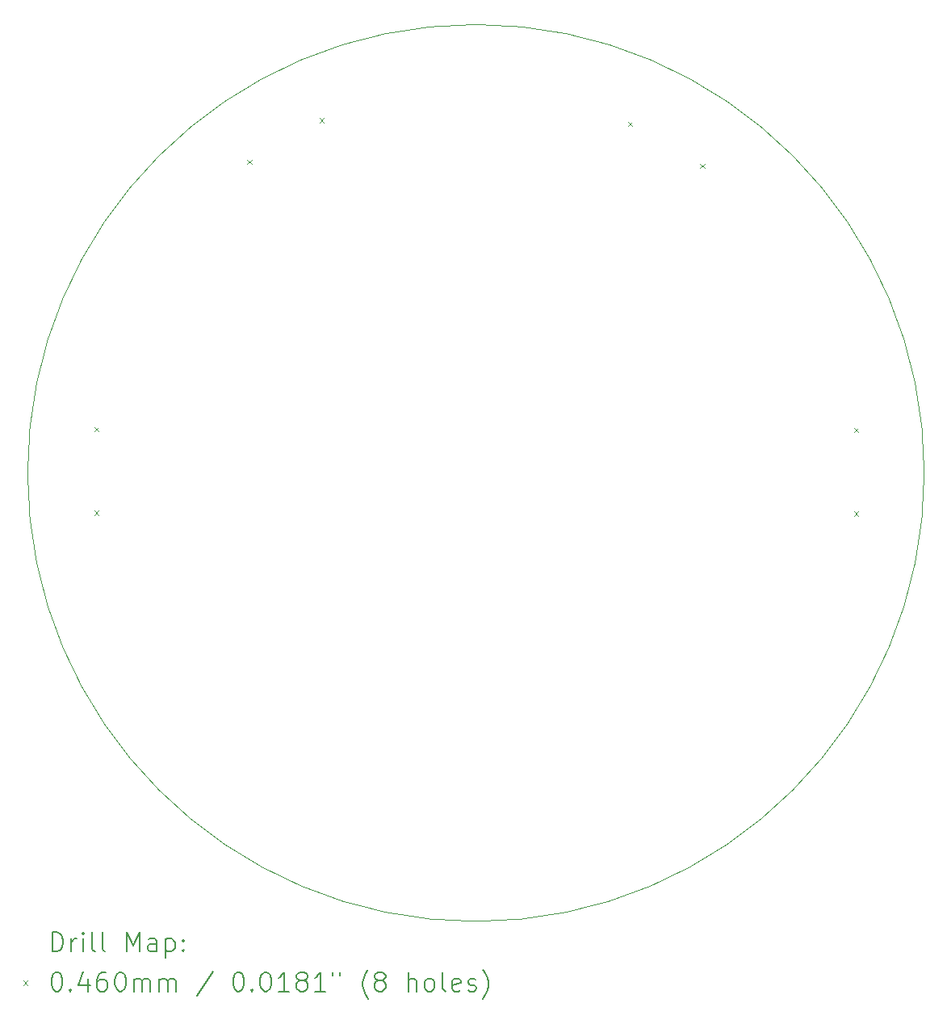
<source format=gbr>
%TF.GenerationSoftware,KiCad,Pcbnew,8.0.7-8.0.7-0~ubuntu22.04.1*%
%TF.CreationDate,2025-04-11T11:58:44+01:00*%
%TF.ProjectId,ratrace_coupler,72617472-6163-4655-9f63-6f75706c6572,rev?*%
%TF.SameCoordinates,Original*%
%TF.FileFunction,Drillmap*%
%TF.FilePolarity,Positive*%
%FSLAX45Y45*%
G04 Gerber Fmt 4.5, Leading zero omitted, Abs format (unit mm)*
G04 Created by KiCad (PCBNEW 8.0.7-8.0.7-0~ubuntu22.04.1) date 2025-04-11 11:58:44*
%MOMM*%
%LPD*%
G01*
G04 APERTURE LIST*
%ADD10C,0.050000*%
%ADD11C,0.200000*%
%ADD12C,0.100000*%
G04 APERTURE END LIST*
D10*
X17001287Y-10400000D02*
G75*
G02*
X7598713Y-10400000I-4701287J0D01*
G01*
X7598713Y-10400000D02*
G75*
G02*
X17001287Y-10400000I4701287J0D01*
G01*
D11*
D12*
X8299000Y-9919000D02*
X8345000Y-9965000D01*
X8345000Y-9919000D02*
X8299000Y-9965000D01*
X8299000Y-10795000D02*
X8345000Y-10841000D01*
X8345000Y-10795000D02*
X8299000Y-10841000D01*
X9903181Y-7116385D02*
X9949181Y-7162385D01*
X9949181Y-7116385D02*
X9903181Y-7162385D01*
X10661819Y-6678385D02*
X10707819Y-6724385D01*
X10707819Y-6678385D02*
X10661819Y-6724385D01*
X13892181Y-6718385D02*
X13938181Y-6764385D01*
X13938181Y-6718385D02*
X13892181Y-6764385D01*
X14650819Y-7156385D02*
X14696819Y-7202385D01*
X14696819Y-7156385D02*
X14650819Y-7202385D01*
X16266000Y-9929000D02*
X16312000Y-9975000D01*
X16312000Y-9929000D02*
X16266000Y-9975000D01*
X16266000Y-10805000D02*
X16312000Y-10851000D01*
X16312000Y-10805000D02*
X16266000Y-10851000D01*
D11*
X7856990Y-15415271D02*
X7856990Y-15215271D01*
X7856990Y-15215271D02*
X7904609Y-15215271D01*
X7904609Y-15215271D02*
X7933180Y-15224795D01*
X7933180Y-15224795D02*
X7952228Y-15243842D01*
X7952228Y-15243842D02*
X7961752Y-15262890D01*
X7961752Y-15262890D02*
X7971275Y-15300985D01*
X7971275Y-15300985D02*
X7971275Y-15329557D01*
X7971275Y-15329557D02*
X7961752Y-15367652D01*
X7961752Y-15367652D02*
X7952228Y-15386699D01*
X7952228Y-15386699D02*
X7933180Y-15405747D01*
X7933180Y-15405747D02*
X7904609Y-15415271D01*
X7904609Y-15415271D02*
X7856990Y-15415271D01*
X8056990Y-15415271D02*
X8056990Y-15281937D01*
X8056990Y-15320033D02*
X8066513Y-15300985D01*
X8066513Y-15300985D02*
X8076037Y-15291461D01*
X8076037Y-15291461D02*
X8095085Y-15281937D01*
X8095085Y-15281937D02*
X8114133Y-15281937D01*
X8180799Y-15415271D02*
X8180799Y-15281937D01*
X8180799Y-15215271D02*
X8171275Y-15224795D01*
X8171275Y-15224795D02*
X8180799Y-15234318D01*
X8180799Y-15234318D02*
X8190323Y-15224795D01*
X8190323Y-15224795D02*
X8180799Y-15215271D01*
X8180799Y-15215271D02*
X8180799Y-15234318D01*
X8304609Y-15415271D02*
X8285561Y-15405747D01*
X8285561Y-15405747D02*
X8276037Y-15386699D01*
X8276037Y-15386699D02*
X8276037Y-15215271D01*
X8409371Y-15415271D02*
X8390323Y-15405747D01*
X8390323Y-15405747D02*
X8380799Y-15386699D01*
X8380799Y-15386699D02*
X8380799Y-15215271D01*
X8637942Y-15415271D02*
X8637942Y-15215271D01*
X8637942Y-15215271D02*
X8704609Y-15358128D01*
X8704609Y-15358128D02*
X8771275Y-15215271D01*
X8771275Y-15215271D02*
X8771275Y-15415271D01*
X8952228Y-15415271D02*
X8952228Y-15310509D01*
X8952228Y-15310509D02*
X8942704Y-15291461D01*
X8942704Y-15291461D02*
X8923656Y-15281937D01*
X8923656Y-15281937D02*
X8885561Y-15281937D01*
X8885561Y-15281937D02*
X8866514Y-15291461D01*
X8952228Y-15405747D02*
X8933180Y-15415271D01*
X8933180Y-15415271D02*
X8885561Y-15415271D01*
X8885561Y-15415271D02*
X8866514Y-15405747D01*
X8866514Y-15405747D02*
X8856990Y-15386699D01*
X8856990Y-15386699D02*
X8856990Y-15367652D01*
X8856990Y-15367652D02*
X8866514Y-15348604D01*
X8866514Y-15348604D02*
X8885561Y-15339080D01*
X8885561Y-15339080D02*
X8933180Y-15339080D01*
X8933180Y-15339080D02*
X8952228Y-15329557D01*
X9047466Y-15281937D02*
X9047466Y-15481937D01*
X9047466Y-15291461D02*
X9066514Y-15281937D01*
X9066514Y-15281937D02*
X9104609Y-15281937D01*
X9104609Y-15281937D02*
X9123656Y-15291461D01*
X9123656Y-15291461D02*
X9133180Y-15300985D01*
X9133180Y-15300985D02*
X9142704Y-15320033D01*
X9142704Y-15320033D02*
X9142704Y-15377176D01*
X9142704Y-15377176D02*
X9133180Y-15396223D01*
X9133180Y-15396223D02*
X9123656Y-15405747D01*
X9123656Y-15405747D02*
X9104609Y-15415271D01*
X9104609Y-15415271D02*
X9066514Y-15415271D01*
X9066514Y-15415271D02*
X9047466Y-15405747D01*
X9228418Y-15396223D02*
X9237942Y-15405747D01*
X9237942Y-15405747D02*
X9228418Y-15415271D01*
X9228418Y-15415271D02*
X9218895Y-15405747D01*
X9218895Y-15405747D02*
X9228418Y-15396223D01*
X9228418Y-15396223D02*
X9228418Y-15415271D01*
X9228418Y-15291461D02*
X9237942Y-15300985D01*
X9237942Y-15300985D02*
X9228418Y-15310509D01*
X9228418Y-15310509D02*
X9218895Y-15300985D01*
X9218895Y-15300985D02*
X9228418Y-15291461D01*
X9228418Y-15291461D02*
X9228418Y-15310509D01*
D12*
X7550213Y-15720787D02*
X7596213Y-15766787D01*
X7596213Y-15720787D02*
X7550213Y-15766787D01*
D11*
X7895085Y-15635271D02*
X7914133Y-15635271D01*
X7914133Y-15635271D02*
X7933180Y-15644795D01*
X7933180Y-15644795D02*
X7942704Y-15654318D01*
X7942704Y-15654318D02*
X7952228Y-15673366D01*
X7952228Y-15673366D02*
X7961752Y-15711461D01*
X7961752Y-15711461D02*
X7961752Y-15759080D01*
X7961752Y-15759080D02*
X7952228Y-15797176D01*
X7952228Y-15797176D02*
X7942704Y-15816223D01*
X7942704Y-15816223D02*
X7933180Y-15825747D01*
X7933180Y-15825747D02*
X7914133Y-15835271D01*
X7914133Y-15835271D02*
X7895085Y-15835271D01*
X7895085Y-15835271D02*
X7876037Y-15825747D01*
X7876037Y-15825747D02*
X7866513Y-15816223D01*
X7866513Y-15816223D02*
X7856990Y-15797176D01*
X7856990Y-15797176D02*
X7847466Y-15759080D01*
X7847466Y-15759080D02*
X7847466Y-15711461D01*
X7847466Y-15711461D02*
X7856990Y-15673366D01*
X7856990Y-15673366D02*
X7866513Y-15654318D01*
X7866513Y-15654318D02*
X7876037Y-15644795D01*
X7876037Y-15644795D02*
X7895085Y-15635271D01*
X8047466Y-15816223D02*
X8056990Y-15825747D01*
X8056990Y-15825747D02*
X8047466Y-15835271D01*
X8047466Y-15835271D02*
X8037942Y-15825747D01*
X8037942Y-15825747D02*
X8047466Y-15816223D01*
X8047466Y-15816223D02*
X8047466Y-15835271D01*
X8228418Y-15701937D02*
X8228418Y-15835271D01*
X8180799Y-15625747D02*
X8133180Y-15768604D01*
X8133180Y-15768604D02*
X8256990Y-15768604D01*
X8418895Y-15635271D02*
X8380799Y-15635271D01*
X8380799Y-15635271D02*
X8361752Y-15644795D01*
X8361752Y-15644795D02*
X8352228Y-15654318D01*
X8352228Y-15654318D02*
X8333180Y-15682890D01*
X8333180Y-15682890D02*
X8323656Y-15720985D01*
X8323656Y-15720985D02*
X8323656Y-15797176D01*
X8323656Y-15797176D02*
X8333180Y-15816223D01*
X8333180Y-15816223D02*
X8342704Y-15825747D01*
X8342704Y-15825747D02*
X8361752Y-15835271D01*
X8361752Y-15835271D02*
X8399847Y-15835271D01*
X8399847Y-15835271D02*
X8418895Y-15825747D01*
X8418895Y-15825747D02*
X8428418Y-15816223D01*
X8428418Y-15816223D02*
X8437942Y-15797176D01*
X8437942Y-15797176D02*
X8437942Y-15749557D01*
X8437942Y-15749557D02*
X8428418Y-15730509D01*
X8428418Y-15730509D02*
X8418895Y-15720985D01*
X8418895Y-15720985D02*
X8399847Y-15711461D01*
X8399847Y-15711461D02*
X8361752Y-15711461D01*
X8361752Y-15711461D02*
X8342704Y-15720985D01*
X8342704Y-15720985D02*
X8333180Y-15730509D01*
X8333180Y-15730509D02*
X8323656Y-15749557D01*
X8561752Y-15635271D02*
X8580799Y-15635271D01*
X8580799Y-15635271D02*
X8599847Y-15644795D01*
X8599847Y-15644795D02*
X8609371Y-15654318D01*
X8609371Y-15654318D02*
X8618895Y-15673366D01*
X8618895Y-15673366D02*
X8628418Y-15711461D01*
X8628418Y-15711461D02*
X8628418Y-15759080D01*
X8628418Y-15759080D02*
X8618895Y-15797176D01*
X8618895Y-15797176D02*
X8609371Y-15816223D01*
X8609371Y-15816223D02*
X8599847Y-15825747D01*
X8599847Y-15825747D02*
X8580799Y-15835271D01*
X8580799Y-15835271D02*
X8561752Y-15835271D01*
X8561752Y-15835271D02*
X8542704Y-15825747D01*
X8542704Y-15825747D02*
X8533180Y-15816223D01*
X8533180Y-15816223D02*
X8523656Y-15797176D01*
X8523656Y-15797176D02*
X8514133Y-15759080D01*
X8514133Y-15759080D02*
X8514133Y-15711461D01*
X8514133Y-15711461D02*
X8523656Y-15673366D01*
X8523656Y-15673366D02*
X8533180Y-15654318D01*
X8533180Y-15654318D02*
X8542704Y-15644795D01*
X8542704Y-15644795D02*
X8561752Y-15635271D01*
X8714133Y-15835271D02*
X8714133Y-15701937D01*
X8714133Y-15720985D02*
X8723656Y-15711461D01*
X8723656Y-15711461D02*
X8742704Y-15701937D01*
X8742704Y-15701937D02*
X8771276Y-15701937D01*
X8771276Y-15701937D02*
X8790323Y-15711461D01*
X8790323Y-15711461D02*
X8799847Y-15730509D01*
X8799847Y-15730509D02*
X8799847Y-15835271D01*
X8799847Y-15730509D02*
X8809371Y-15711461D01*
X8809371Y-15711461D02*
X8828418Y-15701937D01*
X8828418Y-15701937D02*
X8856990Y-15701937D01*
X8856990Y-15701937D02*
X8876037Y-15711461D01*
X8876037Y-15711461D02*
X8885561Y-15730509D01*
X8885561Y-15730509D02*
X8885561Y-15835271D01*
X8980799Y-15835271D02*
X8980799Y-15701937D01*
X8980799Y-15720985D02*
X8990323Y-15711461D01*
X8990323Y-15711461D02*
X9009371Y-15701937D01*
X9009371Y-15701937D02*
X9037942Y-15701937D01*
X9037942Y-15701937D02*
X9056990Y-15711461D01*
X9056990Y-15711461D02*
X9066514Y-15730509D01*
X9066514Y-15730509D02*
X9066514Y-15835271D01*
X9066514Y-15730509D02*
X9076037Y-15711461D01*
X9076037Y-15711461D02*
X9095085Y-15701937D01*
X9095085Y-15701937D02*
X9123656Y-15701937D01*
X9123656Y-15701937D02*
X9142704Y-15711461D01*
X9142704Y-15711461D02*
X9152228Y-15730509D01*
X9152228Y-15730509D02*
X9152228Y-15835271D01*
X9542704Y-15625747D02*
X9371276Y-15882890D01*
X9799847Y-15635271D02*
X9818895Y-15635271D01*
X9818895Y-15635271D02*
X9837942Y-15644795D01*
X9837942Y-15644795D02*
X9847466Y-15654318D01*
X9847466Y-15654318D02*
X9856990Y-15673366D01*
X9856990Y-15673366D02*
X9866514Y-15711461D01*
X9866514Y-15711461D02*
X9866514Y-15759080D01*
X9866514Y-15759080D02*
X9856990Y-15797176D01*
X9856990Y-15797176D02*
X9847466Y-15816223D01*
X9847466Y-15816223D02*
X9837942Y-15825747D01*
X9837942Y-15825747D02*
X9818895Y-15835271D01*
X9818895Y-15835271D02*
X9799847Y-15835271D01*
X9799847Y-15835271D02*
X9780799Y-15825747D01*
X9780799Y-15825747D02*
X9771276Y-15816223D01*
X9771276Y-15816223D02*
X9761752Y-15797176D01*
X9761752Y-15797176D02*
X9752228Y-15759080D01*
X9752228Y-15759080D02*
X9752228Y-15711461D01*
X9752228Y-15711461D02*
X9761752Y-15673366D01*
X9761752Y-15673366D02*
X9771276Y-15654318D01*
X9771276Y-15654318D02*
X9780799Y-15644795D01*
X9780799Y-15644795D02*
X9799847Y-15635271D01*
X9952228Y-15816223D02*
X9961752Y-15825747D01*
X9961752Y-15825747D02*
X9952228Y-15835271D01*
X9952228Y-15835271D02*
X9942704Y-15825747D01*
X9942704Y-15825747D02*
X9952228Y-15816223D01*
X9952228Y-15816223D02*
X9952228Y-15835271D01*
X10085561Y-15635271D02*
X10104609Y-15635271D01*
X10104609Y-15635271D02*
X10123657Y-15644795D01*
X10123657Y-15644795D02*
X10133180Y-15654318D01*
X10133180Y-15654318D02*
X10142704Y-15673366D01*
X10142704Y-15673366D02*
X10152228Y-15711461D01*
X10152228Y-15711461D02*
X10152228Y-15759080D01*
X10152228Y-15759080D02*
X10142704Y-15797176D01*
X10142704Y-15797176D02*
X10133180Y-15816223D01*
X10133180Y-15816223D02*
X10123657Y-15825747D01*
X10123657Y-15825747D02*
X10104609Y-15835271D01*
X10104609Y-15835271D02*
X10085561Y-15835271D01*
X10085561Y-15835271D02*
X10066514Y-15825747D01*
X10066514Y-15825747D02*
X10056990Y-15816223D01*
X10056990Y-15816223D02*
X10047466Y-15797176D01*
X10047466Y-15797176D02*
X10037942Y-15759080D01*
X10037942Y-15759080D02*
X10037942Y-15711461D01*
X10037942Y-15711461D02*
X10047466Y-15673366D01*
X10047466Y-15673366D02*
X10056990Y-15654318D01*
X10056990Y-15654318D02*
X10066514Y-15644795D01*
X10066514Y-15644795D02*
X10085561Y-15635271D01*
X10342704Y-15835271D02*
X10228419Y-15835271D01*
X10285561Y-15835271D02*
X10285561Y-15635271D01*
X10285561Y-15635271D02*
X10266514Y-15663842D01*
X10266514Y-15663842D02*
X10247466Y-15682890D01*
X10247466Y-15682890D02*
X10228419Y-15692414D01*
X10456990Y-15720985D02*
X10437942Y-15711461D01*
X10437942Y-15711461D02*
X10428419Y-15701937D01*
X10428419Y-15701937D02*
X10418895Y-15682890D01*
X10418895Y-15682890D02*
X10418895Y-15673366D01*
X10418895Y-15673366D02*
X10428419Y-15654318D01*
X10428419Y-15654318D02*
X10437942Y-15644795D01*
X10437942Y-15644795D02*
X10456990Y-15635271D01*
X10456990Y-15635271D02*
X10495085Y-15635271D01*
X10495085Y-15635271D02*
X10514133Y-15644795D01*
X10514133Y-15644795D02*
X10523657Y-15654318D01*
X10523657Y-15654318D02*
X10533180Y-15673366D01*
X10533180Y-15673366D02*
X10533180Y-15682890D01*
X10533180Y-15682890D02*
X10523657Y-15701937D01*
X10523657Y-15701937D02*
X10514133Y-15711461D01*
X10514133Y-15711461D02*
X10495085Y-15720985D01*
X10495085Y-15720985D02*
X10456990Y-15720985D01*
X10456990Y-15720985D02*
X10437942Y-15730509D01*
X10437942Y-15730509D02*
X10428419Y-15740033D01*
X10428419Y-15740033D02*
X10418895Y-15759080D01*
X10418895Y-15759080D02*
X10418895Y-15797176D01*
X10418895Y-15797176D02*
X10428419Y-15816223D01*
X10428419Y-15816223D02*
X10437942Y-15825747D01*
X10437942Y-15825747D02*
X10456990Y-15835271D01*
X10456990Y-15835271D02*
X10495085Y-15835271D01*
X10495085Y-15835271D02*
X10514133Y-15825747D01*
X10514133Y-15825747D02*
X10523657Y-15816223D01*
X10523657Y-15816223D02*
X10533180Y-15797176D01*
X10533180Y-15797176D02*
X10533180Y-15759080D01*
X10533180Y-15759080D02*
X10523657Y-15740033D01*
X10523657Y-15740033D02*
X10514133Y-15730509D01*
X10514133Y-15730509D02*
X10495085Y-15720985D01*
X10723657Y-15835271D02*
X10609371Y-15835271D01*
X10666514Y-15835271D02*
X10666514Y-15635271D01*
X10666514Y-15635271D02*
X10647466Y-15663842D01*
X10647466Y-15663842D02*
X10628419Y-15682890D01*
X10628419Y-15682890D02*
X10609371Y-15692414D01*
X10799847Y-15635271D02*
X10799847Y-15673366D01*
X10876038Y-15635271D02*
X10876038Y-15673366D01*
X11171276Y-15911461D02*
X11161752Y-15901937D01*
X11161752Y-15901937D02*
X11142704Y-15873366D01*
X11142704Y-15873366D02*
X11133181Y-15854318D01*
X11133181Y-15854318D02*
X11123657Y-15825747D01*
X11123657Y-15825747D02*
X11114133Y-15778128D01*
X11114133Y-15778128D02*
X11114133Y-15740033D01*
X11114133Y-15740033D02*
X11123657Y-15692414D01*
X11123657Y-15692414D02*
X11133181Y-15663842D01*
X11133181Y-15663842D02*
X11142704Y-15644795D01*
X11142704Y-15644795D02*
X11161752Y-15616223D01*
X11161752Y-15616223D02*
X11171276Y-15606699D01*
X11276038Y-15720985D02*
X11256990Y-15711461D01*
X11256990Y-15711461D02*
X11247466Y-15701937D01*
X11247466Y-15701937D02*
X11237942Y-15682890D01*
X11237942Y-15682890D02*
X11237942Y-15673366D01*
X11237942Y-15673366D02*
X11247466Y-15654318D01*
X11247466Y-15654318D02*
X11256990Y-15644795D01*
X11256990Y-15644795D02*
X11276038Y-15635271D01*
X11276038Y-15635271D02*
X11314133Y-15635271D01*
X11314133Y-15635271D02*
X11333180Y-15644795D01*
X11333180Y-15644795D02*
X11342704Y-15654318D01*
X11342704Y-15654318D02*
X11352228Y-15673366D01*
X11352228Y-15673366D02*
X11352228Y-15682890D01*
X11352228Y-15682890D02*
X11342704Y-15701937D01*
X11342704Y-15701937D02*
X11333180Y-15711461D01*
X11333180Y-15711461D02*
X11314133Y-15720985D01*
X11314133Y-15720985D02*
X11276038Y-15720985D01*
X11276038Y-15720985D02*
X11256990Y-15730509D01*
X11256990Y-15730509D02*
X11247466Y-15740033D01*
X11247466Y-15740033D02*
X11237942Y-15759080D01*
X11237942Y-15759080D02*
X11237942Y-15797176D01*
X11237942Y-15797176D02*
X11247466Y-15816223D01*
X11247466Y-15816223D02*
X11256990Y-15825747D01*
X11256990Y-15825747D02*
X11276038Y-15835271D01*
X11276038Y-15835271D02*
X11314133Y-15835271D01*
X11314133Y-15835271D02*
X11333180Y-15825747D01*
X11333180Y-15825747D02*
X11342704Y-15816223D01*
X11342704Y-15816223D02*
X11352228Y-15797176D01*
X11352228Y-15797176D02*
X11352228Y-15759080D01*
X11352228Y-15759080D02*
X11342704Y-15740033D01*
X11342704Y-15740033D02*
X11333180Y-15730509D01*
X11333180Y-15730509D02*
X11314133Y-15720985D01*
X11590323Y-15835271D02*
X11590323Y-15635271D01*
X11676038Y-15835271D02*
X11676038Y-15730509D01*
X11676038Y-15730509D02*
X11666514Y-15711461D01*
X11666514Y-15711461D02*
X11647466Y-15701937D01*
X11647466Y-15701937D02*
X11618895Y-15701937D01*
X11618895Y-15701937D02*
X11599847Y-15711461D01*
X11599847Y-15711461D02*
X11590323Y-15720985D01*
X11799847Y-15835271D02*
X11780800Y-15825747D01*
X11780800Y-15825747D02*
X11771276Y-15816223D01*
X11771276Y-15816223D02*
X11761752Y-15797176D01*
X11761752Y-15797176D02*
X11761752Y-15740033D01*
X11761752Y-15740033D02*
X11771276Y-15720985D01*
X11771276Y-15720985D02*
X11780800Y-15711461D01*
X11780800Y-15711461D02*
X11799847Y-15701937D01*
X11799847Y-15701937D02*
X11828419Y-15701937D01*
X11828419Y-15701937D02*
X11847466Y-15711461D01*
X11847466Y-15711461D02*
X11856990Y-15720985D01*
X11856990Y-15720985D02*
X11866514Y-15740033D01*
X11866514Y-15740033D02*
X11866514Y-15797176D01*
X11866514Y-15797176D02*
X11856990Y-15816223D01*
X11856990Y-15816223D02*
X11847466Y-15825747D01*
X11847466Y-15825747D02*
X11828419Y-15835271D01*
X11828419Y-15835271D02*
X11799847Y-15835271D01*
X11980800Y-15835271D02*
X11961752Y-15825747D01*
X11961752Y-15825747D02*
X11952228Y-15806699D01*
X11952228Y-15806699D02*
X11952228Y-15635271D01*
X12133181Y-15825747D02*
X12114133Y-15835271D01*
X12114133Y-15835271D02*
X12076038Y-15835271D01*
X12076038Y-15835271D02*
X12056990Y-15825747D01*
X12056990Y-15825747D02*
X12047466Y-15806699D01*
X12047466Y-15806699D02*
X12047466Y-15730509D01*
X12047466Y-15730509D02*
X12056990Y-15711461D01*
X12056990Y-15711461D02*
X12076038Y-15701937D01*
X12076038Y-15701937D02*
X12114133Y-15701937D01*
X12114133Y-15701937D02*
X12133181Y-15711461D01*
X12133181Y-15711461D02*
X12142704Y-15730509D01*
X12142704Y-15730509D02*
X12142704Y-15749557D01*
X12142704Y-15749557D02*
X12047466Y-15768604D01*
X12218895Y-15825747D02*
X12237942Y-15835271D01*
X12237942Y-15835271D02*
X12276038Y-15835271D01*
X12276038Y-15835271D02*
X12295085Y-15825747D01*
X12295085Y-15825747D02*
X12304609Y-15806699D01*
X12304609Y-15806699D02*
X12304609Y-15797176D01*
X12304609Y-15797176D02*
X12295085Y-15778128D01*
X12295085Y-15778128D02*
X12276038Y-15768604D01*
X12276038Y-15768604D02*
X12247466Y-15768604D01*
X12247466Y-15768604D02*
X12228419Y-15759080D01*
X12228419Y-15759080D02*
X12218895Y-15740033D01*
X12218895Y-15740033D02*
X12218895Y-15730509D01*
X12218895Y-15730509D02*
X12228419Y-15711461D01*
X12228419Y-15711461D02*
X12247466Y-15701937D01*
X12247466Y-15701937D02*
X12276038Y-15701937D01*
X12276038Y-15701937D02*
X12295085Y-15711461D01*
X12371276Y-15911461D02*
X12380800Y-15901937D01*
X12380800Y-15901937D02*
X12399847Y-15873366D01*
X12399847Y-15873366D02*
X12409371Y-15854318D01*
X12409371Y-15854318D02*
X12418895Y-15825747D01*
X12418895Y-15825747D02*
X12428419Y-15778128D01*
X12428419Y-15778128D02*
X12428419Y-15740033D01*
X12428419Y-15740033D02*
X12418895Y-15692414D01*
X12418895Y-15692414D02*
X12409371Y-15663842D01*
X12409371Y-15663842D02*
X12399847Y-15644795D01*
X12399847Y-15644795D02*
X12380800Y-15616223D01*
X12380800Y-15616223D02*
X12371276Y-15606699D01*
M02*

</source>
